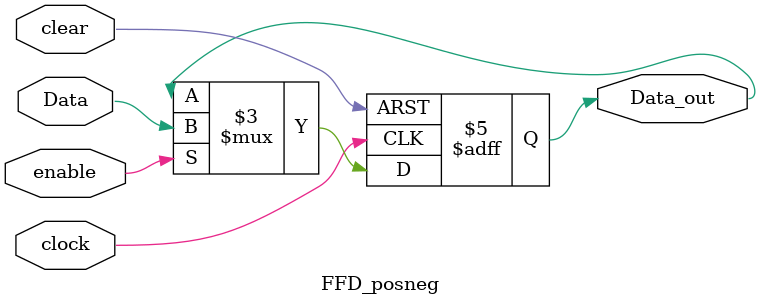
<source format=sv>
`define FFD(clk, clr, en, D_i, Q_o, t_edge = posedge, clrval = 1)\
always @(posedge clk or t_edge clr)begin\
    if(clr == clrval) Q_o <= 1'b0;\
    else if (en) Q_o <= D_i;\
end

module FFD_posneg(
    input clock, clear, enable, Data,
    output reg Data_out
);

`FFD(clock, clear, enable, Data, Data_out, negedge, 0);

endmodule
</source>
